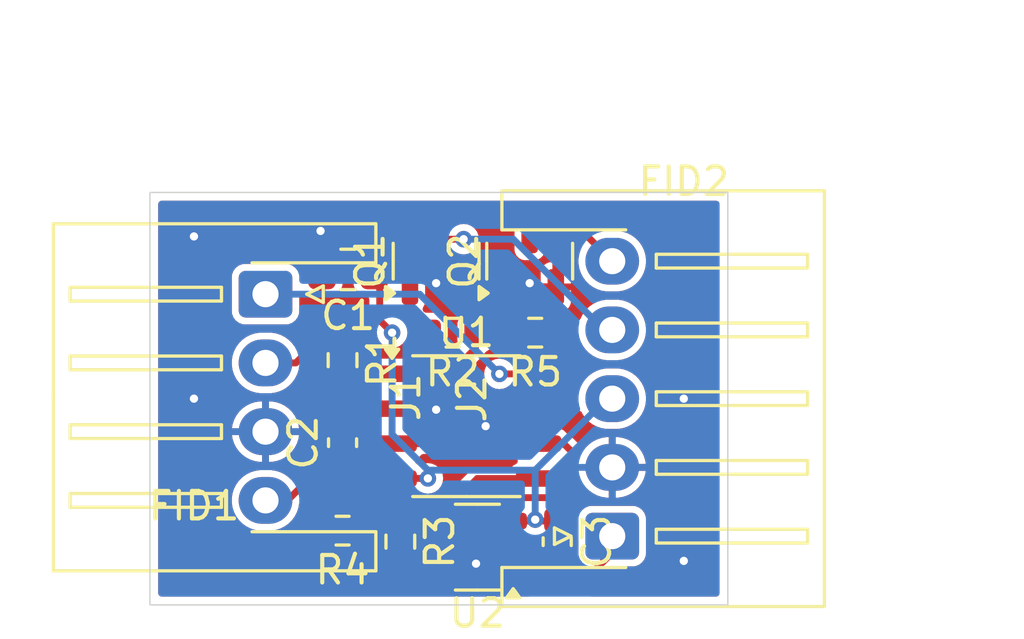
<source format=kicad_pcb>
(kicad_pcb (version 20240108) (generator "pcbnew") (generator_version "8.0")
  (layers (0 "F.Cu" signal) (31 "B.Cu" signal) (34 "B.Paste" user) (35 "F.Paste" user) (36 "B.SilkS" user "B.Silkscreen") (37 "F.SilkS" user "F.Silkscreen") (38 "B.Mask" user) (39 "F.Mask" user) (44 "Edge.Cuts" user))
  (net 0 "")
  (net 1 "+5V")
  (net 2 "GND")
  (net 3 "Net-(Q1-B)")
  (net 4 "/SWIO")
  (net 5 "Net-(Q2-B)")
  (net 6 "Net-(U1-PC1)")
  (net 7 "Net-(U1-PC2)")
  (net 8 "/OUT_R")
  (net 9 "/OUT_F")
  (net 10 "Net-(J1-Pin_2)")
  (net 11 "Net-(J2-Pin_1)")
  (net 12 "Net-(U1-PD6{slash}PA1)")
  (net 13 "Net-(U1-PA2)")
  (net 14 "Net-(U1-PC4)")
  (footprint "Package_SO:SOP-8_3.9x4.9mm_P1.27mm" (layer "F.Cu") (at 166.1 111)
    (property "Reference" "U1" (at 0 -3.4 360) (layer "F.SilkS"))
    (property "Value" "CH32V003J4M6")
    (fp_line (start 0 -2.559999) (end -1.95 -2.56) (stroke (width 0.12)) (layer "F.SilkS"))
    (fp_line (start 0 -2.559999) (end 1.95 -2.56) (stroke (width 0.12)) (layer "F.SilkS"))
    (fp_line (start 0 2.559999) (end -1.95 2.56) (stroke (width 0.12)) (layer "F.SilkS"))
    (fp_line (start 0 2.559999) (end 1.95 2.56) (stroke (width 0.12)) (layer "F.SilkS"))
    (fp_poly (pts (xy -2.7 -2.465) (xy -2.939999 -2.795) (xy -2.46 -2.795) (xy -2.7 -2.465)) (stroke (width 0.12)) (fill solid) (layer "F.SilkS"))
    (pad "1" smd roundrect (at -2.625 -1.905) (size 1.65 0.6) (layers "F.Cu" "F.Paste" "F.Mask") (net 12 "Net-(U1-PD6{slash}PA1)"))
    (pad "2" smd roundrect (at -2.625 -0.635) (size 1.65 0.6) (layers "F.Cu" "F.Paste" "F.Mask") (net 2 "GND"))
    (pad "3" smd roundrect (at -2.625 0.635) (size 1.65 0.6) (layers "F.Cu" "F.Paste" "F.Mask") (net 13 "Net-(U1-PA2)"))
    (pad "4" smd roundrect (at -2.625 1.905) (size 1.65 0.6) (layers "F.Cu" "F.Paste" "F.Mask") (net 1 "+5V"))
    (pad "5" smd roundrect (at 2.625 1.905) (size 1.65 0.6) (layers "F.Cu" "F.Paste" "F.Mask") (net 6 "Net-(U1-PC1)"))
    (pad "6" smd roundrect (at 2.625 0.635) (size 1.65 0.6) (layers "F.Cu" "F.Paste" "F.Mask") (net 7 "Net-(U1-PC2)"))
    (pad "7" smd roundrect (at 2.625 -0.635) (size 1.65 0.6) (layers "F.Cu" "F.Paste" "F.Mask") (net 14 "Net-(U1-PC4)"))
    (pad "8" smd roundrect (at 2.625 -1.905) (size 1.65 0.6) (layers "F.Cu" "F.Paste" "F.Mask") (net 4 "/SWIO"))
  )
  (footprint "Package_TO_SOT_SMD:SOT-23" (layer "F.Cu") (at 165 105 90)
    (property "Reference" "Q1" (at 0 -2.4 270) (layer "F.SilkS"))
    (property "Value" "BC817-40")
    (fp_line (start 0 -1.560001) (end 0.65 -1.56) (stroke (width 0.12)) (layer "F.SilkS"))
    (fp_line (start 0 -1.560001) (end -0.65 -1.56) (stroke (width 0.12)) (layer "F.SilkS"))
    (fp_line (start 0 1.560001) (end 0.65 1.56) (stroke (width 0.12)) (layer "F.SilkS"))
    (fp_line (start 0 1.560001) (end -0.65 1.56) (stroke (width 0.12)) (layer "F.SilkS"))
    (fp_poly (pts (xy -1.1625 -1.51) (xy -1.4025 -1.84) (xy -0.9225 -1.839999) (xy -1.1625 -1.51)) (stroke (width 0.12)) (fill solid) (layer "F.SilkS"))
    (pad "1" smd roundrect (at -0.9375 -0.95 90) (size 1.3 0.6) (layers "F.Cu" "F.Paste" "F.Mask") (net 3 "Net-(Q1-B)"))
    (pad "2" smd roundrect (at -0.9375 0.95 90) (size 1.3 0.6) (layers "F.Cu" "F.Paste" "F.Mask") (net 2 "GND"))
    (pad "3" smd roundrect (at 0.937501 0 90) (size 1.3 0.6) (layers "F.Cu" "F.Paste" "F.Mask") (net 9 "/OUT_F"))
  )
  (footprint "Resistor_SMD:R_0603_1608Metric" (layer "F.Cu") (at 168.6 107.6 180)
    (property "Reference" "R5" (at 0 -1.43 180) (layer "F.SilkS"))
    (property "Value" "4.7k")
    (fp_line (start -0.237258 0.5225) (end 0.237258 0.5225) (stroke (width 0.12)) (layer "F.SilkS"))
    (fp_line (start -0.237258 -0.5225) (end 0.237258 -0.5225) (stroke (width 0.12)) (layer "F.SilkS"))
    (pad "1" smd roundrect (at -0.825 0 180) (size 0.8 0.95) (layers "F.Cu" "F.Paste" "F.Mask") (net 14 "Net-(U1-PC4)"))
    (pad "2" smd roundrect (at 0.825 0 180) (size 0.8 0.95) (layers "F.Cu" "F.Paste" "F.Mask") (net 5 "Net-(Q2-B)"))
  )
  (footprint "Fiducial:Fiducial_1mm_Mask2mm" (layer "F.Cu") (at 174 104.1)
    (property "Reference" "FID2" (at 0 -2 0) (layer "F.SilkS"))
    (property "Value" "Fiducial")
    (pad "" smd circle (at 0 0) (size 1 1) (layers "F.Cu" "F.Mask") (clearance 0.5))
  )
  (footprint "Connector_JST:JST_XH_S5B-XH-A-1_1x05_P2.50mm_Horizontal" (layer "F.Cu") (at 171.4 115 90)
    (property "Reference" "J2" (at 5 -5.1 90) (layer "F.SilkS"))
    (property "Value" "Conn_01x03")
    (fp_line (start 12.56 -4.01) (end 11.14 -4.01) (stroke (width 0.12)) (layer "F.SilkS"))
    (fp_line (start 11.14 -4.01) (end 11.14 0.49) (stroke (width 0.12)) (layer "F.SilkS"))
    (fp_line (start -1.14 -4.01) (end -1.14 0.49) (stroke (width 0.12)) (layer "F.SilkS"))
    (fp_line (start -2.56 -4.01) (end -1.14 -4.01) (stroke (width 0.12)) (layer "F.SilkS"))
    (fp_line (start 0.3 -2.1) (end 0 -1.5) (stroke (width 0.12)) (layer "F.SilkS"))
    (fp_line (start -0.3 -2.1) (end 0.3 -2.1) (stroke (width 0.12)) (layer "F.SilkS"))
    (fp_line (start 0 -1.5) (end -0.3 -2.1) (stroke (width 0.12)) (layer "F.SilkS"))
    (fp_line (start 10.25 1.6) (end 9.75 1.6) (stroke (width 0.12)) (layer "F.SilkS"))
    (fp_line (start 9.75 1.6) (end 9.75 7.1) (stroke (width 0.12)) (layer "F.SilkS"))
    (fp_line (start 7.75 1.6) (end 7.25 1.6) (stroke (width 0.12)) (layer "F.SilkS"))
    (fp_line (start 7.25 1.6) (end 7.25 7.1) (stroke (width 0.12)) (layer "F.SilkS"))
    (fp_line (start 5.25 1.6) (end 4.75 1.6) (stroke (width 0.12)) (layer "F.SilkS"))
    (fp_line (start 4.75 1.6) (end 4.75 7.1) (stroke (width 0.12)) (layer "F.SilkS"))
    (fp_line (start 2.75 1.6) (end 2.25 1.6) (stroke (width 0.12)) (layer "F.SilkS"))
    (fp_line (start 2.25 1.6) (end 2.25 7.1) (stroke (width 0.12)) (layer "F.SilkS"))
    (fp_line (start 0.25 1.6) (end -0.25 1.6) (stroke (width 0.12)) (layer "F.SilkS"))
    (fp_line (start -0.25 1.6) (end -0.25 7.1) (stroke (width 0.12)) (layer "F.SilkS"))
    (fp_line (start 10.25 7.1) (end 10.25 1.6) (stroke (width 0.12)) (layer "F.SilkS"))
    (fp_line (start 9.75 7.1) (end 10.25 7.1) (stroke (width 0.12)) (layer "F.SilkS"))
    (fp_line (start 7.75 7.1) (end 7.75 1.6) (stroke (width 0.12)) (layer "F.SilkS"))
    (fp_line (start 7.25 7.1) (end 7.75 7.1) (stroke (width 0.12)) (layer "F.SilkS"))
    (fp_line (start 5.25 7.1) (end 5.25 1.6) (stroke (width 0.12)) (layer "F.SilkS"))
    (fp_line (start 4.75 7.1) (end 5.25 7.1) (stroke (width 0.12)) (layer "F.SilkS"))
    (fp_line (start 2.75 7.1) (end 2.75 1.6) (stroke (width 0.12)) (layer "F.SilkS"))
    (fp_line (start 2.25 7.1) (end 2.75 7.1) (stroke (width 0.12)) (layer "F.SilkS"))
    (fp_line (start 0.25 7.1) (end 0.25 1.6) (stroke (width 0.12)) (layer "F.SilkS"))
    (fp_line (start -0.25 7.1) (end 0.25 7.1) (stroke (width 0.12)) (layer "F.SilkS"))
    (fp_line (start 12.56 7.71) (end 12.56 -4.01) (stroke (width 0.12)) (layer "F.SilkS"))
    (fp_line (start 5 7.71) (end 12.56 7.71) (stroke (width 0.12)) (layer "F.SilkS"))
    (fp_line (start 5 7.71) (end -2.56 7.71) (stroke (width 0.12)) (layer "F.SilkS"))
    (fp_line (start -2.56 7.71) (end -2.56 -4.01) (stroke (width 0.12)) (layer "F.SilkS"))
    (pad "1" thru_hole roundrect (at 0 0 90) (size 1.7 1.95) (drill 0.95) (layers "*.Cu" "B.Mask") (roundrect_rratio 0.147059) (net 11 "Net-(J2-Pin_1)"))
    (pad "2" thru_hole oval (at 2.5 0 90) (size 1.7 1.95) (drill 0.95) (layers "*.Cu" "B.Mask") (net 2 "GND"))
    (pad "3" thru_hole oval (at 5 0 90) (size 1.7 1.95) (drill 0.95) (layers "*.Cu" "B.Mask") (net 1 "+5V"))
    (pad "4" thru_hole oval (at 7.5 0 90) (size 1.7 1.95) (drill 0.95) (layers "*.Cu" "B.Mask") (net 9 "/OUT_F"))
    (pad "5" thru_hole oval (at 10 0 90) (size 1.7 1.95) (drill 0.95) (layers "*.Cu" "B.Mask") (net 8 "/OUT_R"))
  )
  (footprint "Capacitor_SMD:C_0805_2012Metric" (layer "F.Cu") (at 161.8 105.3 180)
    (property "Reference" "C1" (at 0 -1.679999 180) (layer "F.SilkS"))
    (property "Value" "10uF")
    (fp_line (start -0.261253 0.735) (end 0.261253 0.735) (stroke (width 0.12)) (layer "F.SilkS"))
    (fp_line (start -0.261253 -0.735) (end 0.261253 -0.735) (stroke (width 0.12)) (layer "F.SilkS"))
    (pad "1" smd roundrect (at -0.949999 0 180) (size 1 1.45) (layers "F.Cu" "F.Paste" "F.Mask") (net 1 "+5V"))
    (pad "2" smd roundrect (at 0.949999 0 180) (size 1 1.45) (layers "F.Cu" "F.Paste" "F.Mask") (net 2 "GND"))
  )
  (footprint "Resistor_SMD:R_0603_1608Metric" (layer "F.Cu") (at 165.6 107.6 180)
    (property "Reference" "R2" (at 0 -1.43 180) (layer "F.SilkS"))
    (property "Value" "4.7k")
    (fp_line (start -0.237258 0.5225) (end 0.237258 0.5225) (stroke (width 0.12)) (layer "F.SilkS"))
    (fp_line (start -0.237258 -0.5225) (end 0.237258 -0.5225) (stroke (width 0.12)) (layer "F.SilkS"))
    (pad "1" smd roundrect (at -0.825 0 180) (size 0.8 0.95) (layers "F.Cu" "F.Paste" "F.Mask") (net 13 "Net-(U1-PA2)"))
    (pad "2" smd roundrect (at 0.825 0 180) (size 0.8 0.95) (layers "F.Cu" "F.Paste" "F.Mask") (net 3 "Net-(Q1-B)"))
  )
  (footprint "Package_TO_SOT_SMD:SOT-23-6" (layer "F.Cu") (at 166.5 115.4 180)
    (property "Reference" "U2" (at 0 -2.4 180) (layer "F.SilkS"))
    (property "Value" "MCP4725A0T-E/CH" (hide yes))
    (fp_line (start 0 1.560001) (end 0.8 1.56) (stroke (width 0.12)) (layer "F.SilkS"))
    (fp_line (start 0 1.560001) (end -0.8 1.56) (stroke (width 0.12)) (layer "F.SilkS"))
    (fp_line (start 0 -1.560001) (end 0.8 -1.56) (stroke (width 0.12)) (layer "F.SilkS"))
    (fp_line (start 0 -1.560001) (end -0.8 -1.56) (stroke (width 0.12)) (layer "F.SilkS"))
    (fp_poly (pts (xy -1.3 -1.51) (xy -1.54 -1.84) (xy -1.06 -1.84) (xy -1.3 -1.51)) (stroke (width 0.12)) (fill solid) (layer "F.SilkS"))
    (pad "1" smd roundrect (at -1.1375 -0.949999 180) (size 1.325 0.6) (layers "F.Cu" "F.Paste" "F.Mask") (net 11 "Net-(J2-Pin_1)"))
    (pad "2" smd roundrect (at -1.1375 0 180) (size 1.325 0.6) (layers "F.Cu" "F.Paste" "F.Mask") (net 2 "GND"))
    (pad "3" smd roundrect (at -1.1375 0.949999 180) (size 1.325 0.6) (layers "F.Cu" "F.Paste" "F.Mask") (net 1 "+5V"))
    (pad "4" smd roundrect (at 1.1375 0.949999 180) (size 1.325 0.6) (layers "F.Cu" "F.Paste" "F.Mask") (net 6 "Net-(U1-PC1)"))
    (pad "5" smd roundrect (at 1.1375 0 180) (size 1.325 0.6) (layers "F.Cu" "F.Paste" "F.Mask") (net 7 "Net-(U1-PC2)"))
    (pad "6" smd roundrect (at 1.1375 -0.949999 180) (size 1.325 0.6) (layers "F.Cu" "F.Paste" "F.Mask") (net 2 "GND"))
  )
  (footprint "Resistor_SMD:R_0603_1608Metric" (layer "F.Cu") (at 161.6 108.6 -90)
    (property "Reference" "R1" (at 0 -1.43 90) (layer "F.SilkS"))
    (property "Value" "4.7k")
    (fp_line (start -0.237258 0.5225) (end 0.237258 0.5225) (stroke (width 0.12)) (layer "F.SilkS"))
    (fp_line (start -0.237258 -0.5225) (end 0.237258 -0.5225) (stroke (width 0.12)) (layer "F.SilkS"))
    (pad "1" smd roundrect (at -0.825 0 270) (size 0.8 0.95) (layers "F.Cu" "F.Paste" "F.Mask") (net 10 "Net-(J1-Pin_2)"))
    (pad "2" smd roundrect (at 0.825 0 270) (size 0.8 0.95) (layers "F.Cu" "F.Paste" "F.Mask") (net 12 "Net-(U1-PD6{slash}PA1)"))
  )
  (footprint "Package_TO_SOT_SMD:SOT-23" (layer "F.Cu") (at 168.4 105 90)
    (property "Reference" "Q2" (at 0 -2.4 270) (layer "F.SilkS"))
    (property "Value" "BC817-40")
    (fp_line (start 0 -1.560001) (end 0.65 -1.56) (stroke (width 0.12)) (layer "F.SilkS"))
    (fp_line (start 0 -1.560001) (end -0.65 -1.56) (stroke (width 0.12)) (layer "F.SilkS"))
    (fp_line (start 0 1.560001) (end 0.65 1.56) (stroke (width 0.12)) (layer "F.SilkS"))
    (fp_line (start 0 1.560001) (end -0.65 1.56) (stroke (width 0.12)) (layer "F.SilkS"))
    (fp_poly (pts (xy -1.1625 -1.51) (xy -1.4025 -1.84) (xy -0.9225 -1.839999) (xy -1.1625 -1.51)) (stroke (width 0.12)) (fill solid) (layer "F.SilkS"))
    (pad "1" smd roundrect (at -0.9375 -0.95 90) (size 1.3 0.6) (layers "F.Cu" "F.Paste" "F.Mask") (net 5 "Net-(Q2-B)"))
    (pad "2" smd roundrect (at -0.9375 0.95 90) (size 1.3 0.6) (layers "F.Cu" "F.Paste" "F.Mask") (net 2 "GND"))
    (pad "3" smd roundrect (at 0.937501 0 90) (size 1.3 0.6) (layers "F.Cu" "F.Paste" "F.Mask") (net 8 "/OUT_R"))
  )
  (footprint "Capacitor_SMD:C_0603_1608Metric" (layer "F.Cu") (at 169.4 115.2 -90)
    (property "Reference" "C3" (at 0 -1.43 90) (layer "F.SilkS"))
    (property "Value" "0.1uF")
    (fp_line (start -0.140581 0.51) (end 0.140581 0.51) (stroke (width 0.12)) (layer "F.SilkS"))
    (fp_line (start -0.140581 -0.51) (end 0.140581 -0.51) (stroke (width 0.12)) (layer "F.SilkS"))
    (pad "1" smd roundrect (at -0.775 0 270) (size 0.9 0.95) (layers "F.Cu" "F.Paste" "F.Mask") (net 1 "+5V"))
    (pad "2" smd roundrect (at 0.775 0 270) (size 0.9 0.95) (layers "F.Cu" "F.Paste" "F.Mask") (net 2 "GND"))
  )
  (footprint "Fiducial:Fiducial_1mm_Mask2mm" (layer "F.Cu") (at 156.2 115.9)
    (property "Reference" "FID1" (at 0 -2 0) (layer "F.SilkS"))
    (property "Value" "Fiducial")
    (pad "" smd circle (at 0 0) (size 1 1) (layers "F.Cu" "F.Mask") (clearance 0.5))
  )
  (footprint "Connector_JST:JST_XH_S4B-XH-A-1_1x04_P2.50mm_Horizontal" (layer "F.Cu") (at 158.8 106.2 -90)
    (property "Reference" "J1" (at 3.75 -5.1 90) (layer "F.SilkS"))
    (property "Value" "Conn_01x03")
    (fp_line (start -2.56 7.71) (end -2.56 -4.01) (stroke (width 0.12)) (layer "F.SilkS"))
    (fp_line (start 3.75 7.71) (end -2.56 7.71) (stroke (width 0.12)) (layer "F.SilkS"))
    (fp_line (start 3.75 7.71) (end 10.06 7.71) (stroke (width 0.12)) (layer "F.SilkS"))
    (fp_line (start 10.06 7.71) (end 10.06 -4.01) (stroke (width 0.12)) (layer "F.SilkS"))
    (fp_line (start 5.25 7.100001) (end 5.25 1.6) (stroke (width 0.12)) (layer "F.SilkS"))
    (fp_line (start 7.75 7.100001) (end 7.75 1.6) (stroke (width 0.12)) (layer "F.SilkS"))
    (fp_line (start -0.25 7.1) (end 0.25 7.1) (stroke (width 0.12)) (layer "F.SilkS"))
    (fp_line (start 0.25 7.1) (end 0.25 1.6) (stroke (width 0.12)) (layer "F.SilkS"))
    (fp_line (start 2.25 7.1) (end 2.75 7.1) (stroke (width 0.12)) (layer "F.SilkS"))
    (fp_line (start 2.75 7.1) (end 2.75 1.6) (stroke (width 0.12)) (layer "F.SilkS"))
    (fp_line (start 4.75 7.1) (end 5.25 7.100001) (stroke (width 0.12)) (layer "F.SilkS"))
    (fp_line (start 7.25 7.1) (end 7.75 7.100001) (stroke (width 0.12)) (layer "F.SilkS"))
    (fp_line (start -0.25 1.6) (end -0.25 7.1) (stroke (width 0.12)) (layer "F.SilkS"))
    (fp_line (start 0.25 1.6) (end -0.25 1.6) (stroke (width 0.12)) (layer "F.SilkS"))
    (fp_line (start 2.25 1.6) (end 2.25 7.1) (stroke (width 0.12)) (layer "F.SilkS"))
    (fp_line (start 2.75 1.6) (end 2.25 1.6) (stroke (width 0.12)) (layer "F.SilkS"))
    (fp_line (start 4.75 1.6) (end 4.75 7.1) (stroke (width 0.12)) (layer "F.SilkS"))
    (fp_line (start 5.25 1.6) (end 4.75 1.6) (stroke (width 0.12)) (layer "F.SilkS"))
    (fp_line (start 7.25 1.6) (end 7.25 7.1) (stroke (width 0.12)) (layer "F.SilkS"))
    (fp_line (start 7.75 1.6) (end 7.25 1.6) (stroke (width 0.12)) (layer "F.SilkS"))
    (fp_line (start 0 -1.5) (end -0.3 -2.1) (stroke (width 0.12)) (layer "F.SilkS"))
    (fp_line (start -0.3 -2.1) (end 0.3 -2.1) (stroke (width 0.12)) (layer "F.SilkS"))
    (fp_line (start 0.3 -2.1) (end 0 -1.5) (stroke (width 0.12)) (layer "F.SilkS"))
    (fp_line (start -2.56 -4.01) (end -1.14 -4.01) (stroke (width 0.12)) (layer "F.SilkS"))
    (fp_line (start -1.14 -4.01) (end -1.14 0.49) (stroke (width 0.12)) (layer "F.SilkS"))
    (fp_line (start 8.64 -4.01) (end 8.64 0.49) (stroke (width 0.12)) (layer "F.SilkS"))
    (fp_line (start 10.06 -4.01) (end 8.64 -4.01) (stroke (width 0.12)) (layer "F.SilkS"))
    (pad "1" thru_hole roundrect (at 0 0 270) (size 1.7 1.95) (drill 0.95) (layers "*.Cu" "B.Mask") (roundrect_rratio 0.147059) (net 4 "/SWIO"))
    (pad "2" thru_hole oval (at 2.5 0 270) (size 1.7 1.95) (drill 0.95) (layers "*.Cu" "B.Mask") (net 10 "Net-(J1-Pin_2)"))
    (pad "3" thru_hole oval (at 5 0 270) (size 1.7 1.95) (drill 0.95) (layers "*.Cu" "B.Mask") (net 2 "GND"))
    (pad "4" thru_hole oval (at 7.5 0 270) (size 1.7 1.95) (drill 0.95) (layers "*.Cu" "B.Mask") (net 1 "+5V"))
  )
  (footprint "Resistor_SMD:R_0603_1608Metric" (layer "F.Cu") (at 163.7 115.2 -90)
    (property "Reference" "R3" (at 0 -1.43 90) (layer "F.SilkS"))
    (property "Value" "4.7k")
    (fp_line (start -0.237258 0.5225) (end 0.237258 0.5225) (stroke (width 0.12)) (layer "F.SilkS"))
    (fp_line (start -0.237258 -0.5225) (end 0.237258 -0.5225) (stroke (width 0.12)) (layer "F.SilkS"))
    (pad "1" smd roundrect (at -0.825 0 270) (size 0.8 0.95) (layers "F.Cu" "F.Paste" "F.Mask") (net 6 "Net-(U1-PC1)"))
    (pad "2" smd roundrect (at 0.825 0 270) (size 0.8 0.95) (layers "F.Cu" "F.Paste" "F.Mask") (net 1 "+5V"))
  )
  (footprint "Capacitor_SMD:C_0603_1608Metric" (layer "F.Cu") (at 161.6 111.6 90)
    (property "Reference" "C2" (at 0 -1.43 -90) (layer "F.SilkS"))
    (property "Value" "0.1uF")
    (fp_line (start -0.140581 -0.51) (end 0.140581 -0.51) (stroke (width 0.12)) (layer "F.SilkS"))
    (fp_line (start -0.140581 0.51) (end 0.140581 0.51) (stroke (width 0.12)) (layer "F.SilkS"))
    (pad "1" smd roundrect (at -0.775 0 90) (size 0.9 0.95) (layers "F.Cu" "F.Paste" "F.Mask") (net 1 "+5V"))
    (pad "2" smd roundrect (at 0.775 0 90) (size 0.9 0.95) (layers "F.Cu" "F.Paste" "F.Mask") (net 2 "GND"))
  )
  (footprint "Resistor_SMD:R_0603_1608Metric" (layer "F.Cu") (at 161.6 114.8 180)
    (property "Reference" "R4" (at 0 -1.43 180) (layer "F.SilkS"))
    (property "Value" "4.7k")
    (fp_line (start -0.237258 0.5225) (end 0.237258 0.5225) (stroke (width 0.12)) (layer "F.SilkS"))
    (fp_line (start -0.237258 -0.5225) (end 0.237258 -0.5225) (stroke (width 0.12)) (layer "F.SilkS"))
    (pad "1" smd roundrect (at -0.825 0 180) (size 0.8 0.95) (layers "F.Cu" "F.Paste" "F.Mask") (net 7 "Net-(U1-PC2)"))
    (pad "2" smd roundrect (at 0.825 0 180) (size 0.8 0.95) (layers "F.Cu" "F.Paste" "F.Mask") (net 1 "+5V"))
  )
  (gr_rect (start 154.6 102.5) (end 175.6 117.5) (stroke (width 0.05)) (fill none) (layer "Edge.Cuts"))
  (segment (start 163.4 107.6) (end 162.949999 107.149999) (width 0.25) (layer "F.Cu") (net 1))
  (segment (start 168.650001 114.450001) (end 169.374999 114.450001) (width 0.25) (layer "F.Cu") (net 1))
  (segment (start 161.6 112.375) (end 161.6 113.075) (width 0.25) (layer "F.Cu") (net 1))
  (segment (start 161.6 115.3) (end 161.6 114.8) (width 0.25) (layer "F.Cu") (net 1))
  (segment (start 167.6375 114.450001) (end 168.549999 114.450001) (width 0.25) (layer "F.Cu") (net 1))
  (segment (start 161.6 114.8) (end 160.775 114.8) (width 0.25) (layer "F.Cu") (net 1))
  (segment (start 163.48 112.9) (end 163.475 112.905) (width 0.25) (layer "F.Cu") (net 1))
  (segment (start 161.6 113.075) (end 162.315 113.075) (width 0.25) (layer "F.Cu") (net 1))
  (segment (start 169.374999 114.450001) (end 169.4 114.425) (width 0.25) (layer "F.Cu") (net 1))
  (segment (start 161.6 114.8) (end 161.6 113.075) (width 0.25) (layer "F.Cu") (net 1))
  (segment (start 163.7 116.025) (end 163.475 115.8) (width 0.25) (layer "F.Cu") (net 1))
  (segment (start 168.6 114.4) (end 168.650001 114.450001) (width 0.25) (layer "F.Cu") (net 1))
  (segment (start 162.315 113.075) (end 162.485 112.905) (width 0.25) (layer "F.Cu") (net 1))
  (segment (start 168.549999 114.450001) (end 168.6 114.4) (width 0.25) (layer "F.Cu") (net 1))
  (segment (start 164.7 112.9) (end 163.48 112.9) (width 0.25) (layer "F.Cu") (net 1))
  (segment (start 162.485 112.905) (end 163.475 112.905) (width 0.25) (layer "F.Cu") (net 1))
  (segment (start 163.475 115.8) (end 162.1 115.8) (width 0.25) (layer "F.Cu") (net 1))
  (segment (start 162.1 115.8) (end 161.6 115.3) (width 0.25) (layer "F.Cu") (net 1))
  (segment (start 160.225 113.075) (end 159.2 114.1) (width 0.25) (layer "F.Cu") (net 1))
  (segment (start 161.6 113.075) (end 160.225 113.075) (width 0.25) (layer "F.Cu") (net 1))
  (segment (start 162.949999 107.149999) (end 162.949999 106) (width 0.25) (layer "F.Cu") (net 1))
  (via (at 163.4 107.6) (size 0.6) (drill 0.3) (layers "F.Cu" "B.Cu") (net 1))
  (via (at 168.6 114.4) (size 0.6) (drill 0.3) (layers "F.Cu" "B.Cu") (net 1))
  (via (at 164.7 112.9) (size 0.6) (drill 0.3) (layers "F.Cu" "B.Cu") (net 1))
  (segment (start 168.6 112.6) (end 171.2 110) (width 0.25) (layer "B.Cu") (net 1))
  (segment (start 164.7 112.6) (end 164.7 112.9) (width 0.25) (layer "B.Cu") (net 1))
  (segment (start 168.6 112.6) (end 164.7 112.6) (width 0.25) (layer "B.Cu") (net 1))
  (segment (start 163.4 111.3) (end 164.7 112.6) (width 0.25) (layer "B.Cu") (net 1))
  (segment (start 168.6 114.4) (end 168.6 112.6) (width 0.25) (layer "B.Cu") (net 1))
  (segment (start 163.4 107.6) (end 163.4 111.3) (width 0.25) (layer "B.Cu") (net 1))
  (segment (start 171.2 110) (end 171.4 110) (width 0.25) (layer "B.Cu") (net 1))
  (segment (start 162.2 110.8) (end 161.825 110.8) (width 0.25) (layer "F.Cu") (net 2))
  (segment (start 166.45 116) (end 166.45 116.05) (width 0.25) (layer "F.Cu") (net 2))
  (segment (start 164.965 110.365) (end 163.475 110.365) (width 0.25) (layer "F.Cu") (net 2))
  (segment (start 165 110.4) (end 164.965 110.365) (width 0.25) (layer "F.Cu") (net 2))
  (segment (start 167.6375 115.4) (end 168.825 115.4) (width 0.25) (layer "F.Cu") (net 2))
  (segment (start 168.825 115.4) (end 169.4 115.975) (width 0.25) (layer "F.Cu") (net 2))
  (segment (start 166.150001 116.349999) (end 165.3625 116.349999) (width 0.25) (layer "F.Cu") (net 2))
  (segment (start 168.5375 105.9375) (end 169.35 105.9375) (width 0.25) (layer "F.Cu") (net 2))
  (segment (start 161.825 110.8) (end 161.6 111.025) (width 0.25) (layer "F.Cu") (net 2))
  (segment (start 166.5 116) (end 167.1 115.4) (width 0.25) (layer "F.Cu") (net 2))
  (segment (start 162.635 110.365) (end 162.2 110.8) (width 0.25) (layer "F.Cu") (net 2))
  (segment (start 163.475 110.365) (end 162.635 110.365) (width 0.25) (layer "F.Cu") (net 2))
  (segment (start 166.45 116.05) (end 166.150001 116.349999) (width 0.25) (layer "F.Cu") (net 2))
  (segment (start 165 105.8) (end 165.1375 105.9375) (width 0.25) (layer "F.Cu") (net 2))
  (segment (start 168.4 105.8) (end 168.5375 105.9375) (width 0.25) (layer "F.Cu") (net 2))
  (segment (start 166.45 116) (end 166.5 116) (width 0.25) (layer "F.Cu") (net 2))
  (segment (start 165.1375 105.9375) (end 165.95 105.9375) (width 0.25) (layer "F.Cu") (net 2))
  (segment (start 160.8 103.9) (end 160.850001 103.950001) (width 0.25) (layer "F.Cu") (net 2))
  (segment (start 167.1 115.4) (end 167.6375 115.4) (width 0.25) (layer "F.Cu") (net 2))
  (segment (start 160.850001 103.950001) (end 160.850001 105.3) (width 0.25) (layer "F.Cu") (net 2))
  (via (at 156.2 110) (size 0.6) (drill 0.3) (layers "F.Cu" "B.Cu") (net 2))
  (via (at 174 115.9) (size 0.6) (drill 0.3) (layers "F.Cu" "B.Cu") (net 2))
  (via (at 160.8 103.9) (size 0.6) (drill 0.3) (layers "F.Cu" "B.Cu") (net 2))
  (via (at 165 110.4) (size 0.6) (drill 0.3) (layers "F.Cu" "B.Cu") (net 2))
  (via (at 174 110) (size 0.6) (drill 0.3) (layers "F.Cu" "B.Cu") (net 2))
  (via (at 166.45 116) (size 0.6) (drill 0.3) (layers "F.Cu" "B.Cu") (net 2))
  (via (at 165 105.8) (size 0.6) (drill 0.3) (layers "F.Cu" "B.Cu") (net 2))
  (via (at 166.8 111) (size 0.6) (drill 0.3) (layers "F.Cu" "B.Cu") (net 2))
  (via (at 156.2 104.1) (size 0.6) (drill 0.3) (layers "F.Cu" "B.Cu") (net 2))
  (via (at 168.4 105.8) (size 0.6) (drill 0.3) (layers "F.Cu" "B.Cu") (net 2))
  (segment (start 164.775 107.6) (end 164.05 106.875) (width 0.25) (layer "F.Cu") (net 3))
  (segment (start 164.05 106.875) (end 164.05 105.8375) (width 0.25) (layer "F.Cu") (net 3))
  (segment (start 168.72 109.1) (end 168.725 109.095) (width 0.25) (layer "F.Cu") (net 4))
  (segment (start 167.3 109.1) (end 168.72 109.1) (width 0.25) (layer "F.Cu") (net 4))
  (via (at 167.3 109.1) (size 0.6) (drill 0.3) (layers "F.Cu" "B.Cu") (net 4))
  (segment (start 167.3 109.1) (end 164.4 106.2) (width 0.25) (layer "B.Cu") (net 4))
  (segment (start 164.4 106.2) (end 158.8 106.2) (width 0.25) (layer "B.Cu") (net 4))
  (segment (start 167.45 105.8375) (end 167.45 107.275) (width 0.25) (layer "F.Cu") (net 5))
  (segment (start 167.45 107.275) (end 167.775 107.6) (width 0.25) (layer "F.Cu") (net 5))
  (segment (start 165.3625 114.550001) (end 165.312501 114.6) (width 0.25) (layer "F.Cu") (net 6))
  (segment (start 168.79 112.905) (end 166.495 112.905) (width 0.25) (layer "F.Cu") (net 6))
  (segment (start 163.775001 114.450001) (end 163.7 114.375) (width 0.25) (layer "F.Cu") (net 6))
  (segment (start 165.3625 114.0375) (end 165.3625 114.550001) (width 0.25) (layer "F.Cu") (net 6))
  (segment (start 166.495 112.905) (end 165.3625 114.0375) (width 0.25) (layer "F.Cu") (net 6))
  (segment (start 165.3625 114.450001) (end 163.775001 114.450001) (width 0.25) (layer "F.Cu") (net 6))
  (segment (start 170 112) (end 169.635 111.635) (width 0.25) (layer "F.Cu") (net 7))
  (segment (start 167 113.6) (end 169.7 113.6) (width 0.25) (layer "F.Cu") (net 7))
  (segment (start 162.8 114.8) (end 163.2 115.2) (width 0.25) (layer "F.Cu") (net 7))
  (segment (start 169.7 113.6) (end 170 113.3) (width 0.25) (layer "F.Cu") (net 7))
  (segment (start 166.5 114.1) (end 167 113.6) (width 0.25) (layer "F.Cu") (net 7))
  (segment (start 166.5 115) (end 166.5 114.1) (width 0.25) (layer "F.Cu") (net 7))
  (segment (start 164.2 115.2) (end 164.4 115.4) (width 0.25) (layer "F.Cu") (net 7))
  (segment (start 169.635 111.635) (end 168.79 111.635) (width 0.25) (layer "F.Cu") (net 7))
  (segment (start 164.4 115.4) (end 165.3625 115.4) (width 0.25) (layer "F.Cu") (net 7))
  (segment (start 163.2 115.2) (end 164.2 115.2) (width 0.25) (layer "F.Cu") (net 7))
  (segment (start 162.425 114.8) (end 162.8 114.8) (width 0.25) (layer "F.Cu") (net 7))
  (segment (start 166.1 115.4) (end 166.5 115) (width 0.25) (layer "F.Cu") (net 7))
  (segment (start 170 113.3) (end 170 112) (width 0.25) (layer "F.Cu") (net 7))
  (segment (start 170.362499 103.962499) (end 168.4 103.962499) (width 0.25) (layer "F.Cu") (net 8))
  (segment (start 171.4 105) (end 170.362499 103.962499) (width 0.25) (layer "F.Cu") (net 8))
  (segment (start 166 104.2) (end 165.237501 104.2) (width 0.25) (layer "F.Cu") (net 9))
  (segment (start 165.237501 104.2) (end 165 103.962499) (width 0.25) (layer "F.Cu") (net 9))
  (via (at 166 104.2) (size 0.6) (drill 0.3) (layers "F.Cu" "B.Cu") (net 9))
  (segment (start 171.1 107.5) (end 167.8 104.2) (width 0.25) (layer "B.Cu") (net 9))
  (segment (start 167.8 104.2) (end 166 104.2) (width 0.25) (layer "B.Cu") (net 9))
  (segment (start 171.4 107.5) (end 171.1 107.5) (width 0.25) (layer "B.Cu") (net 9))
  (segment (start 159.9 108.7) (end 158.8 108.7) (width 0.25) (layer "F.Cu") (net 10))
  (segment (start 161.375 108) (end 160.6 108) (width 0.25) (layer "F.Cu") (net 10))
  (segment (start 160.6 108) (end 159.9 108.7) (width 0.25) (layer "F.Cu") (net 10))
  (segment (start 161.6 107.775) (end 161.375 108) (width 0.25) (layer "F.Cu") (net 10))
  (segment (start 171.4 115.6) (end 171.4 115) (width 0.25) (layer "F.Cu") (net 11))
  (segment (start 170.2 116.8) (end 171.4 115.6) (width 0.25) (layer "F.Cu") (net 11))
  (segment (start 168.8 116.8) (end 170.2 116.8) (width 0.25) (layer "F.Cu") (net 11))
  (segment (start 167.6375 116.349999) (end 168.349999 116.349999) (width 0.25) (layer "F.Cu") (net 11))
  (segment (start 168.349999 116.349999) (end 168.8 116.8) (width 0.25) (layer "F.Cu") (net 11))
  (segment (start 161.925 109.1) (end 161.6 109.425) (width 0.25) (layer "F.Cu") (net 12))
  (segment (start 163.475 109.095) (end 163.47 109.1) (width 0.25) (layer "F.Cu") (net 12))
  (segment (start 163.47 109.1) (end 161.925 109.1) (width 0.25) (layer "F.Cu") (net 12))
  (segment (start 164.8775 111.635) (end 165.8 110.7125) (width 0.25) (layer "F.Cu") (net 13))
  (segment (start 165.8 110.7125) (end 165.8 108.8) (width 0.25) (layer "F.Cu") (net 13))
  (segment (start 163.475 111.635) (end 164.8775 111.635) (width 0.25) (layer "F.Cu") (net 13))
  (segment (start 166.425 108.175) (end 166.425 107.6) (width 0.25) (layer "F.Cu") (net 13))
  (segment (start 165.8 108.8) (end 166.425 108.175) (width 0.25) (layer "F.Cu") (net 13))
  (segment (start 170 108.7) (end 169.425 108.125) (width 0.25) (layer "F.Cu") (net 14))
  (segment (start 169.67 110.365) (end 170 110.035) (width 0.25) (layer "F.Cu") (net 14))
  (segment (start 170 110.035) (end 170 108.7) (width 0.25) (layer "F.Cu") (net 14))
  (segment (start 168.725 110.365) (end 169.67 110.365) (width 0.25) (layer "F.Cu") (net 14))
  (segment (start 169.425 108.125) (end 169.425 107.6) (width 0.25) (layer "F.Cu") (net 14))
  (zone (net 0) (net_name "") (layer "F.Cu") (name "GND") (connect_pads (clearance 0)) (min_thickness 0.25)
    (keepout (tracks allowed) (vias allowed) (pads allowed) (copperpour not_allowed) (footprints allowed))
    (fill (thermal_gap 0.25) (thermal_bridge_width 0.25) (island_removal_mode 1) (island_area_min 20))
    (polygon (pts (xy 161.8 110.6) (xy 162.8 110.6) (xy 162.8 111.3) (xy 161.8 111.3)))
  )
  (zone (net 0) (net_name "") (layer "F.Cu") (name "GND") (connect_pads (clearance 0)) (min_thickness 0.25)
    (keepout (tracks allowed) (vias allowed) (pads allowed) (copperpour not_allowed) (footprints allowed))
    (fill (thermal_gap 0.25) (thermal_bridge_width 0.25) (island_removal_mode 1) (island_area_min 20))
    (polygon (pts (xy 168.2 114.9) (xy 169.2 114.9) (xy 169.2 115.6) (xy 168.2 115.6)))
  )
  (zone (net 2) (net_name "GND") (layers "F&B.Cu") (name "GND") (connect_pads (clearance 0.25)) (min_thickness 0.25) (fill yes (thermal_gap 0.25) (thermal_bridge_width 0.25) (island_removal_mode 1) (island_area_min 20))
    (polygon (pts (xy 176 102) (xy 176 118) (xy 154.2 118) (xy 154.2 102)))
  )
)
</source>
